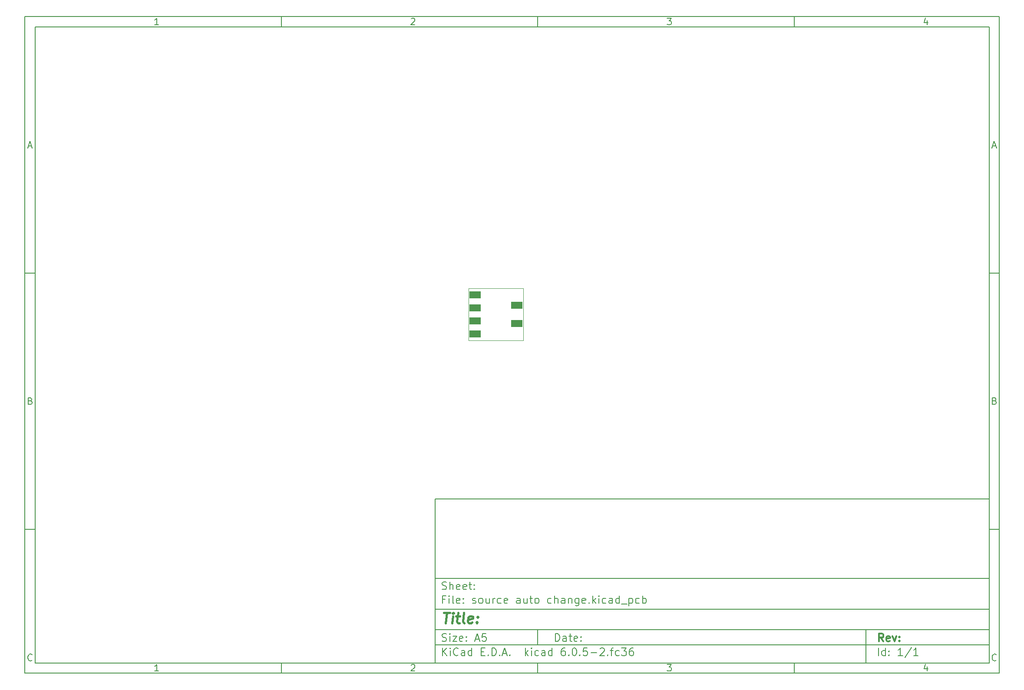
<source format=gbr>
%TF.GenerationSoftware,KiCad,Pcbnew,6.0.5-2.fc36*%
%TF.CreationDate,2022-06-19T11:45:18+04:00*%
%TF.ProjectId,source auto change,736f7572-6365-4206-9175-746f20636861,rev?*%
%TF.SameCoordinates,Original*%
%TF.FileFunction,Soldermask,Bot*%
%TF.FilePolarity,Negative*%
%FSLAX46Y46*%
G04 Gerber Fmt 4.6, Leading zero omitted, Abs format (unit mm)*
G04 Created by KiCad (PCBNEW 6.0.5-2.fc36) date 2022-06-19 11:45:18*
%MOMM*%
%LPD*%
G01*
G04 APERTURE LIST*
%ADD10C,0.100000*%
%ADD11C,0.150000*%
%ADD12C,0.300000*%
%ADD13C,0.400000*%
%TA.AperFunction,Profile*%
%ADD14C,0.100000*%
%TD*%
%ADD15R,2.200000X1.350000*%
G04 APERTURE END LIST*
D10*
D11*
X90007200Y-104005800D02*
X90007200Y-136005800D01*
X198007200Y-136005800D01*
X198007200Y-104005800D01*
X90007200Y-104005800D01*
D10*
D11*
X10000000Y-10000000D02*
X10000000Y-138005800D01*
X200007200Y-138005800D01*
X200007200Y-10000000D01*
X10000000Y-10000000D01*
D10*
D11*
X12000000Y-12000000D02*
X12000000Y-136005800D01*
X198007200Y-136005800D01*
X198007200Y-12000000D01*
X12000000Y-12000000D01*
D10*
D11*
X60000000Y-12000000D02*
X60000000Y-10000000D01*
D10*
D11*
X110000000Y-12000000D02*
X110000000Y-10000000D01*
D10*
D11*
X160000000Y-12000000D02*
X160000000Y-10000000D01*
D10*
D11*
X36065476Y-11588095D02*
X35322619Y-11588095D01*
X35694047Y-11588095D02*
X35694047Y-10288095D01*
X35570238Y-10473809D01*
X35446428Y-10597619D01*
X35322619Y-10659523D01*
D10*
D11*
X85322619Y-10411904D02*
X85384523Y-10350000D01*
X85508333Y-10288095D01*
X85817857Y-10288095D01*
X85941666Y-10350000D01*
X86003571Y-10411904D01*
X86065476Y-10535714D01*
X86065476Y-10659523D01*
X86003571Y-10845238D01*
X85260714Y-11588095D01*
X86065476Y-11588095D01*
D10*
D11*
X135260714Y-10288095D02*
X136065476Y-10288095D01*
X135632142Y-10783333D01*
X135817857Y-10783333D01*
X135941666Y-10845238D01*
X136003571Y-10907142D01*
X136065476Y-11030952D01*
X136065476Y-11340476D01*
X136003571Y-11464285D01*
X135941666Y-11526190D01*
X135817857Y-11588095D01*
X135446428Y-11588095D01*
X135322619Y-11526190D01*
X135260714Y-11464285D01*
D10*
D11*
X185941666Y-10721428D02*
X185941666Y-11588095D01*
X185632142Y-10226190D02*
X185322619Y-11154761D01*
X186127380Y-11154761D01*
D10*
D11*
X60000000Y-136005800D02*
X60000000Y-138005800D01*
D10*
D11*
X110000000Y-136005800D02*
X110000000Y-138005800D01*
D10*
D11*
X160000000Y-136005800D02*
X160000000Y-138005800D01*
D10*
D11*
X36065476Y-137593895D02*
X35322619Y-137593895D01*
X35694047Y-137593895D02*
X35694047Y-136293895D01*
X35570238Y-136479609D01*
X35446428Y-136603419D01*
X35322619Y-136665323D01*
D10*
D11*
X85322619Y-136417704D02*
X85384523Y-136355800D01*
X85508333Y-136293895D01*
X85817857Y-136293895D01*
X85941666Y-136355800D01*
X86003571Y-136417704D01*
X86065476Y-136541514D01*
X86065476Y-136665323D01*
X86003571Y-136851038D01*
X85260714Y-137593895D01*
X86065476Y-137593895D01*
D10*
D11*
X135260714Y-136293895D02*
X136065476Y-136293895D01*
X135632142Y-136789133D01*
X135817857Y-136789133D01*
X135941666Y-136851038D01*
X136003571Y-136912942D01*
X136065476Y-137036752D01*
X136065476Y-137346276D01*
X136003571Y-137470085D01*
X135941666Y-137531990D01*
X135817857Y-137593895D01*
X135446428Y-137593895D01*
X135322619Y-137531990D01*
X135260714Y-137470085D01*
D10*
D11*
X185941666Y-136727228D02*
X185941666Y-137593895D01*
X185632142Y-136231990D02*
X185322619Y-137160561D01*
X186127380Y-137160561D01*
D10*
D11*
X10000000Y-60000000D02*
X12000000Y-60000000D01*
D10*
D11*
X10000000Y-110000000D02*
X12000000Y-110000000D01*
D10*
D11*
X10690476Y-35216666D02*
X11309523Y-35216666D01*
X10566666Y-35588095D02*
X11000000Y-34288095D01*
X11433333Y-35588095D01*
D10*
D11*
X11092857Y-84907142D02*
X11278571Y-84969047D01*
X11340476Y-85030952D01*
X11402380Y-85154761D01*
X11402380Y-85340476D01*
X11340476Y-85464285D01*
X11278571Y-85526190D01*
X11154761Y-85588095D01*
X10659523Y-85588095D01*
X10659523Y-84288095D01*
X11092857Y-84288095D01*
X11216666Y-84350000D01*
X11278571Y-84411904D01*
X11340476Y-84535714D01*
X11340476Y-84659523D01*
X11278571Y-84783333D01*
X11216666Y-84845238D01*
X11092857Y-84907142D01*
X10659523Y-84907142D01*
D10*
D11*
X11402380Y-135464285D02*
X11340476Y-135526190D01*
X11154761Y-135588095D01*
X11030952Y-135588095D01*
X10845238Y-135526190D01*
X10721428Y-135402380D01*
X10659523Y-135278571D01*
X10597619Y-135030952D01*
X10597619Y-134845238D01*
X10659523Y-134597619D01*
X10721428Y-134473809D01*
X10845238Y-134350000D01*
X11030952Y-134288095D01*
X11154761Y-134288095D01*
X11340476Y-134350000D01*
X11402380Y-134411904D01*
D10*
D11*
X200007200Y-60000000D02*
X198007200Y-60000000D01*
D10*
D11*
X200007200Y-110000000D02*
X198007200Y-110000000D01*
D10*
D11*
X198697676Y-35216666D02*
X199316723Y-35216666D01*
X198573866Y-35588095D02*
X199007200Y-34288095D01*
X199440533Y-35588095D01*
D10*
D11*
X199100057Y-84907142D02*
X199285771Y-84969047D01*
X199347676Y-85030952D01*
X199409580Y-85154761D01*
X199409580Y-85340476D01*
X199347676Y-85464285D01*
X199285771Y-85526190D01*
X199161961Y-85588095D01*
X198666723Y-85588095D01*
X198666723Y-84288095D01*
X199100057Y-84288095D01*
X199223866Y-84350000D01*
X199285771Y-84411904D01*
X199347676Y-84535714D01*
X199347676Y-84659523D01*
X199285771Y-84783333D01*
X199223866Y-84845238D01*
X199100057Y-84907142D01*
X198666723Y-84907142D01*
D10*
D11*
X199409580Y-135464285D02*
X199347676Y-135526190D01*
X199161961Y-135588095D01*
X199038152Y-135588095D01*
X198852438Y-135526190D01*
X198728628Y-135402380D01*
X198666723Y-135278571D01*
X198604819Y-135030952D01*
X198604819Y-134845238D01*
X198666723Y-134597619D01*
X198728628Y-134473809D01*
X198852438Y-134350000D01*
X199038152Y-134288095D01*
X199161961Y-134288095D01*
X199347676Y-134350000D01*
X199409580Y-134411904D01*
D10*
D11*
X113439342Y-131784371D02*
X113439342Y-130284371D01*
X113796485Y-130284371D01*
X114010771Y-130355800D01*
X114153628Y-130498657D01*
X114225057Y-130641514D01*
X114296485Y-130927228D01*
X114296485Y-131141514D01*
X114225057Y-131427228D01*
X114153628Y-131570085D01*
X114010771Y-131712942D01*
X113796485Y-131784371D01*
X113439342Y-131784371D01*
X115582200Y-131784371D02*
X115582200Y-130998657D01*
X115510771Y-130855800D01*
X115367914Y-130784371D01*
X115082200Y-130784371D01*
X114939342Y-130855800D01*
X115582200Y-131712942D02*
X115439342Y-131784371D01*
X115082200Y-131784371D01*
X114939342Y-131712942D01*
X114867914Y-131570085D01*
X114867914Y-131427228D01*
X114939342Y-131284371D01*
X115082200Y-131212942D01*
X115439342Y-131212942D01*
X115582200Y-131141514D01*
X116082200Y-130784371D02*
X116653628Y-130784371D01*
X116296485Y-130284371D02*
X116296485Y-131570085D01*
X116367914Y-131712942D01*
X116510771Y-131784371D01*
X116653628Y-131784371D01*
X117725057Y-131712942D02*
X117582200Y-131784371D01*
X117296485Y-131784371D01*
X117153628Y-131712942D01*
X117082200Y-131570085D01*
X117082200Y-130998657D01*
X117153628Y-130855800D01*
X117296485Y-130784371D01*
X117582200Y-130784371D01*
X117725057Y-130855800D01*
X117796485Y-130998657D01*
X117796485Y-131141514D01*
X117082200Y-131284371D01*
X118439342Y-131641514D02*
X118510771Y-131712942D01*
X118439342Y-131784371D01*
X118367914Y-131712942D01*
X118439342Y-131641514D01*
X118439342Y-131784371D01*
X118439342Y-130855800D02*
X118510771Y-130927228D01*
X118439342Y-130998657D01*
X118367914Y-130927228D01*
X118439342Y-130855800D01*
X118439342Y-130998657D01*
D10*
D11*
X90007200Y-132505800D02*
X198007200Y-132505800D01*
D10*
D11*
X91439342Y-134584371D02*
X91439342Y-133084371D01*
X92296485Y-134584371D02*
X91653628Y-133727228D01*
X92296485Y-133084371D02*
X91439342Y-133941514D01*
X92939342Y-134584371D02*
X92939342Y-133584371D01*
X92939342Y-133084371D02*
X92867914Y-133155800D01*
X92939342Y-133227228D01*
X93010771Y-133155800D01*
X92939342Y-133084371D01*
X92939342Y-133227228D01*
X94510771Y-134441514D02*
X94439342Y-134512942D01*
X94225057Y-134584371D01*
X94082200Y-134584371D01*
X93867914Y-134512942D01*
X93725057Y-134370085D01*
X93653628Y-134227228D01*
X93582200Y-133941514D01*
X93582200Y-133727228D01*
X93653628Y-133441514D01*
X93725057Y-133298657D01*
X93867914Y-133155800D01*
X94082200Y-133084371D01*
X94225057Y-133084371D01*
X94439342Y-133155800D01*
X94510771Y-133227228D01*
X95796485Y-134584371D02*
X95796485Y-133798657D01*
X95725057Y-133655800D01*
X95582200Y-133584371D01*
X95296485Y-133584371D01*
X95153628Y-133655800D01*
X95796485Y-134512942D02*
X95653628Y-134584371D01*
X95296485Y-134584371D01*
X95153628Y-134512942D01*
X95082200Y-134370085D01*
X95082200Y-134227228D01*
X95153628Y-134084371D01*
X95296485Y-134012942D01*
X95653628Y-134012942D01*
X95796485Y-133941514D01*
X97153628Y-134584371D02*
X97153628Y-133084371D01*
X97153628Y-134512942D02*
X97010771Y-134584371D01*
X96725057Y-134584371D01*
X96582200Y-134512942D01*
X96510771Y-134441514D01*
X96439342Y-134298657D01*
X96439342Y-133870085D01*
X96510771Y-133727228D01*
X96582200Y-133655800D01*
X96725057Y-133584371D01*
X97010771Y-133584371D01*
X97153628Y-133655800D01*
X99010771Y-133798657D02*
X99510771Y-133798657D01*
X99725057Y-134584371D02*
X99010771Y-134584371D01*
X99010771Y-133084371D01*
X99725057Y-133084371D01*
X100367914Y-134441514D02*
X100439342Y-134512942D01*
X100367914Y-134584371D01*
X100296485Y-134512942D01*
X100367914Y-134441514D01*
X100367914Y-134584371D01*
X101082200Y-134584371D02*
X101082200Y-133084371D01*
X101439342Y-133084371D01*
X101653628Y-133155800D01*
X101796485Y-133298657D01*
X101867914Y-133441514D01*
X101939342Y-133727228D01*
X101939342Y-133941514D01*
X101867914Y-134227228D01*
X101796485Y-134370085D01*
X101653628Y-134512942D01*
X101439342Y-134584371D01*
X101082200Y-134584371D01*
X102582200Y-134441514D02*
X102653628Y-134512942D01*
X102582200Y-134584371D01*
X102510771Y-134512942D01*
X102582200Y-134441514D01*
X102582200Y-134584371D01*
X103225057Y-134155800D02*
X103939342Y-134155800D01*
X103082200Y-134584371D02*
X103582200Y-133084371D01*
X104082200Y-134584371D01*
X104582200Y-134441514D02*
X104653628Y-134512942D01*
X104582200Y-134584371D01*
X104510771Y-134512942D01*
X104582200Y-134441514D01*
X104582200Y-134584371D01*
X107582200Y-134584371D02*
X107582200Y-133084371D01*
X107725057Y-134012942D02*
X108153628Y-134584371D01*
X108153628Y-133584371D02*
X107582200Y-134155800D01*
X108796485Y-134584371D02*
X108796485Y-133584371D01*
X108796485Y-133084371D02*
X108725057Y-133155800D01*
X108796485Y-133227228D01*
X108867914Y-133155800D01*
X108796485Y-133084371D01*
X108796485Y-133227228D01*
X110153628Y-134512942D02*
X110010771Y-134584371D01*
X109725057Y-134584371D01*
X109582200Y-134512942D01*
X109510771Y-134441514D01*
X109439342Y-134298657D01*
X109439342Y-133870085D01*
X109510771Y-133727228D01*
X109582200Y-133655800D01*
X109725057Y-133584371D01*
X110010771Y-133584371D01*
X110153628Y-133655800D01*
X111439342Y-134584371D02*
X111439342Y-133798657D01*
X111367914Y-133655800D01*
X111225057Y-133584371D01*
X110939342Y-133584371D01*
X110796485Y-133655800D01*
X111439342Y-134512942D02*
X111296485Y-134584371D01*
X110939342Y-134584371D01*
X110796485Y-134512942D01*
X110725057Y-134370085D01*
X110725057Y-134227228D01*
X110796485Y-134084371D01*
X110939342Y-134012942D01*
X111296485Y-134012942D01*
X111439342Y-133941514D01*
X112796485Y-134584371D02*
X112796485Y-133084371D01*
X112796485Y-134512942D02*
X112653628Y-134584371D01*
X112367914Y-134584371D01*
X112225057Y-134512942D01*
X112153628Y-134441514D01*
X112082200Y-134298657D01*
X112082200Y-133870085D01*
X112153628Y-133727228D01*
X112225057Y-133655800D01*
X112367914Y-133584371D01*
X112653628Y-133584371D01*
X112796485Y-133655800D01*
X115296485Y-133084371D02*
X115010771Y-133084371D01*
X114867914Y-133155800D01*
X114796485Y-133227228D01*
X114653628Y-133441514D01*
X114582200Y-133727228D01*
X114582200Y-134298657D01*
X114653628Y-134441514D01*
X114725057Y-134512942D01*
X114867914Y-134584371D01*
X115153628Y-134584371D01*
X115296485Y-134512942D01*
X115367914Y-134441514D01*
X115439342Y-134298657D01*
X115439342Y-133941514D01*
X115367914Y-133798657D01*
X115296485Y-133727228D01*
X115153628Y-133655800D01*
X114867914Y-133655800D01*
X114725057Y-133727228D01*
X114653628Y-133798657D01*
X114582200Y-133941514D01*
X116082200Y-134441514D02*
X116153628Y-134512942D01*
X116082200Y-134584371D01*
X116010771Y-134512942D01*
X116082200Y-134441514D01*
X116082200Y-134584371D01*
X117082200Y-133084371D02*
X117225057Y-133084371D01*
X117367914Y-133155800D01*
X117439342Y-133227228D01*
X117510771Y-133370085D01*
X117582200Y-133655800D01*
X117582200Y-134012942D01*
X117510771Y-134298657D01*
X117439342Y-134441514D01*
X117367914Y-134512942D01*
X117225057Y-134584371D01*
X117082200Y-134584371D01*
X116939342Y-134512942D01*
X116867914Y-134441514D01*
X116796485Y-134298657D01*
X116725057Y-134012942D01*
X116725057Y-133655800D01*
X116796485Y-133370085D01*
X116867914Y-133227228D01*
X116939342Y-133155800D01*
X117082200Y-133084371D01*
X118225057Y-134441514D02*
X118296485Y-134512942D01*
X118225057Y-134584371D01*
X118153628Y-134512942D01*
X118225057Y-134441514D01*
X118225057Y-134584371D01*
X119653628Y-133084371D02*
X118939342Y-133084371D01*
X118867914Y-133798657D01*
X118939342Y-133727228D01*
X119082200Y-133655800D01*
X119439342Y-133655800D01*
X119582200Y-133727228D01*
X119653628Y-133798657D01*
X119725057Y-133941514D01*
X119725057Y-134298657D01*
X119653628Y-134441514D01*
X119582200Y-134512942D01*
X119439342Y-134584371D01*
X119082200Y-134584371D01*
X118939342Y-134512942D01*
X118867914Y-134441514D01*
X120367914Y-134012942D02*
X121510771Y-134012942D01*
X122153628Y-133227228D02*
X122225057Y-133155800D01*
X122367914Y-133084371D01*
X122725057Y-133084371D01*
X122867914Y-133155800D01*
X122939342Y-133227228D01*
X123010771Y-133370085D01*
X123010771Y-133512942D01*
X122939342Y-133727228D01*
X122082200Y-134584371D01*
X123010771Y-134584371D01*
X123653628Y-134441514D02*
X123725057Y-134512942D01*
X123653628Y-134584371D01*
X123582200Y-134512942D01*
X123653628Y-134441514D01*
X123653628Y-134584371D01*
X124153628Y-133584371D02*
X124725057Y-133584371D01*
X124367914Y-134584371D02*
X124367914Y-133298657D01*
X124439342Y-133155800D01*
X124582200Y-133084371D01*
X124725057Y-133084371D01*
X125867914Y-134512942D02*
X125725057Y-134584371D01*
X125439342Y-134584371D01*
X125296485Y-134512942D01*
X125225057Y-134441514D01*
X125153628Y-134298657D01*
X125153628Y-133870085D01*
X125225057Y-133727228D01*
X125296485Y-133655800D01*
X125439342Y-133584371D01*
X125725057Y-133584371D01*
X125867914Y-133655800D01*
X126367914Y-133084371D02*
X127296485Y-133084371D01*
X126796485Y-133655800D01*
X127010771Y-133655800D01*
X127153628Y-133727228D01*
X127225057Y-133798657D01*
X127296485Y-133941514D01*
X127296485Y-134298657D01*
X127225057Y-134441514D01*
X127153628Y-134512942D01*
X127010771Y-134584371D01*
X126582200Y-134584371D01*
X126439342Y-134512942D01*
X126367914Y-134441514D01*
X128582200Y-133084371D02*
X128296485Y-133084371D01*
X128153628Y-133155800D01*
X128082200Y-133227228D01*
X127939342Y-133441514D01*
X127867914Y-133727228D01*
X127867914Y-134298657D01*
X127939342Y-134441514D01*
X128010771Y-134512942D01*
X128153628Y-134584371D01*
X128439342Y-134584371D01*
X128582200Y-134512942D01*
X128653628Y-134441514D01*
X128725057Y-134298657D01*
X128725057Y-133941514D01*
X128653628Y-133798657D01*
X128582200Y-133727228D01*
X128439342Y-133655800D01*
X128153628Y-133655800D01*
X128010771Y-133727228D01*
X127939342Y-133798657D01*
X127867914Y-133941514D01*
D10*
D11*
X90007200Y-129505800D02*
X198007200Y-129505800D01*
D10*
D12*
X177416485Y-131784371D02*
X176916485Y-131070085D01*
X176559342Y-131784371D02*
X176559342Y-130284371D01*
X177130771Y-130284371D01*
X177273628Y-130355800D01*
X177345057Y-130427228D01*
X177416485Y-130570085D01*
X177416485Y-130784371D01*
X177345057Y-130927228D01*
X177273628Y-130998657D01*
X177130771Y-131070085D01*
X176559342Y-131070085D01*
X178630771Y-131712942D02*
X178487914Y-131784371D01*
X178202200Y-131784371D01*
X178059342Y-131712942D01*
X177987914Y-131570085D01*
X177987914Y-130998657D01*
X178059342Y-130855800D01*
X178202200Y-130784371D01*
X178487914Y-130784371D01*
X178630771Y-130855800D01*
X178702200Y-130998657D01*
X178702200Y-131141514D01*
X177987914Y-131284371D01*
X179202200Y-130784371D02*
X179559342Y-131784371D01*
X179916485Y-130784371D01*
X180487914Y-131641514D02*
X180559342Y-131712942D01*
X180487914Y-131784371D01*
X180416485Y-131712942D01*
X180487914Y-131641514D01*
X180487914Y-131784371D01*
X180487914Y-130855800D02*
X180559342Y-130927228D01*
X180487914Y-130998657D01*
X180416485Y-130927228D01*
X180487914Y-130855800D01*
X180487914Y-130998657D01*
D10*
D11*
X91367914Y-131712942D02*
X91582200Y-131784371D01*
X91939342Y-131784371D01*
X92082200Y-131712942D01*
X92153628Y-131641514D01*
X92225057Y-131498657D01*
X92225057Y-131355800D01*
X92153628Y-131212942D01*
X92082200Y-131141514D01*
X91939342Y-131070085D01*
X91653628Y-130998657D01*
X91510771Y-130927228D01*
X91439342Y-130855800D01*
X91367914Y-130712942D01*
X91367914Y-130570085D01*
X91439342Y-130427228D01*
X91510771Y-130355800D01*
X91653628Y-130284371D01*
X92010771Y-130284371D01*
X92225057Y-130355800D01*
X92867914Y-131784371D02*
X92867914Y-130784371D01*
X92867914Y-130284371D02*
X92796485Y-130355800D01*
X92867914Y-130427228D01*
X92939342Y-130355800D01*
X92867914Y-130284371D01*
X92867914Y-130427228D01*
X93439342Y-130784371D02*
X94225057Y-130784371D01*
X93439342Y-131784371D01*
X94225057Y-131784371D01*
X95367914Y-131712942D02*
X95225057Y-131784371D01*
X94939342Y-131784371D01*
X94796485Y-131712942D01*
X94725057Y-131570085D01*
X94725057Y-130998657D01*
X94796485Y-130855800D01*
X94939342Y-130784371D01*
X95225057Y-130784371D01*
X95367914Y-130855800D01*
X95439342Y-130998657D01*
X95439342Y-131141514D01*
X94725057Y-131284371D01*
X96082200Y-131641514D02*
X96153628Y-131712942D01*
X96082200Y-131784371D01*
X96010771Y-131712942D01*
X96082200Y-131641514D01*
X96082200Y-131784371D01*
X96082200Y-130855800D02*
X96153628Y-130927228D01*
X96082200Y-130998657D01*
X96010771Y-130927228D01*
X96082200Y-130855800D01*
X96082200Y-130998657D01*
X97867914Y-131355800D02*
X98582200Y-131355800D01*
X97725057Y-131784371D02*
X98225057Y-130284371D01*
X98725057Y-131784371D01*
X99939342Y-130284371D02*
X99225057Y-130284371D01*
X99153628Y-130998657D01*
X99225057Y-130927228D01*
X99367914Y-130855800D01*
X99725057Y-130855800D01*
X99867914Y-130927228D01*
X99939342Y-130998657D01*
X100010771Y-131141514D01*
X100010771Y-131498657D01*
X99939342Y-131641514D01*
X99867914Y-131712942D01*
X99725057Y-131784371D01*
X99367914Y-131784371D01*
X99225057Y-131712942D01*
X99153628Y-131641514D01*
D10*
D11*
X176439342Y-134584371D02*
X176439342Y-133084371D01*
X177796485Y-134584371D02*
X177796485Y-133084371D01*
X177796485Y-134512942D02*
X177653628Y-134584371D01*
X177367914Y-134584371D01*
X177225057Y-134512942D01*
X177153628Y-134441514D01*
X177082200Y-134298657D01*
X177082200Y-133870085D01*
X177153628Y-133727228D01*
X177225057Y-133655800D01*
X177367914Y-133584371D01*
X177653628Y-133584371D01*
X177796485Y-133655800D01*
X178510771Y-134441514D02*
X178582200Y-134512942D01*
X178510771Y-134584371D01*
X178439342Y-134512942D01*
X178510771Y-134441514D01*
X178510771Y-134584371D01*
X178510771Y-133655800D02*
X178582200Y-133727228D01*
X178510771Y-133798657D01*
X178439342Y-133727228D01*
X178510771Y-133655800D01*
X178510771Y-133798657D01*
X181153628Y-134584371D02*
X180296485Y-134584371D01*
X180725057Y-134584371D02*
X180725057Y-133084371D01*
X180582200Y-133298657D01*
X180439342Y-133441514D01*
X180296485Y-133512942D01*
X182867914Y-133012942D02*
X181582200Y-134941514D01*
X184153628Y-134584371D02*
X183296485Y-134584371D01*
X183725057Y-134584371D02*
X183725057Y-133084371D01*
X183582200Y-133298657D01*
X183439342Y-133441514D01*
X183296485Y-133512942D01*
D10*
D11*
X90007200Y-125505800D02*
X198007200Y-125505800D01*
D10*
D13*
X91719580Y-126210561D02*
X92862438Y-126210561D01*
X92041009Y-128210561D02*
X92291009Y-126210561D01*
X93279104Y-128210561D02*
X93445771Y-126877228D01*
X93529104Y-126210561D02*
X93421961Y-126305800D01*
X93505295Y-126401038D01*
X93612438Y-126305800D01*
X93529104Y-126210561D01*
X93505295Y-126401038D01*
X94112438Y-126877228D02*
X94874342Y-126877228D01*
X94481485Y-126210561D02*
X94267200Y-127924847D01*
X94338628Y-128115323D01*
X94517200Y-128210561D01*
X94707676Y-128210561D01*
X95660057Y-128210561D02*
X95481485Y-128115323D01*
X95410057Y-127924847D01*
X95624342Y-126210561D01*
X97195771Y-128115323D02*
X96993390Y-128210561D01*
X96612438Y-128210561D01*
X96433866Y-128115323D01*
X96362438Y-127924847D01*
X96457676Y-127162942D01*
X96576723Y-126972466D01*
X96779104Y-126877228D01*
X97160057Y-126877228D01*
X97338628Y-126972466D01*
X97410057Y-127162942D01*
X97386247Y-127353419D01*
X96410057Y-127543895D01*
X98160057Y-128020085D02*
X98243390Y-128115323D01*
X98136247Y-128210561D01*
X98052914Y-128115323D01*
X98160057Y-128020085D01*
X98136247Y-128210561D01*
X98291009Y-126972466D02*
X98374342Y-127067704D01*
X98267200Y-127162942D01*
X98183866Y-127067704D01*
X98291009Y-126972466D01*
X98267200Y-127162942D01*
D10*
D11*
X91939342Y-123598657D02*
X91439342Y-123598657D01*
X91439342Y-124384371D02*
X91439342Y-122884371D01*
X92153628Y-122884371D01*
X92725057Y-124384371D02*
X92725057Y-123384371D01*
X92725057Y-122884371D02*
X92653628Y-122955800D01*
X92725057Y-123027228D01*
X92796485Y-122955800D01*
X92725057Y-122884371D01*
X92725057Y-123027228D01*
X93653628Y-124384371D02*
X93510771Y-124312942D01*
X93439342Y-124170085D01*
X93439342Y-122884371D01*
X94796485Y-124312942D02*
X94653628Y-124384371D01*
X94367914Y-124384371D01*
X94225057Y-124312942D01*
X94153628Y-124170085D01*
X94153628Y-123598657D01*
X94225057Y-123455800D01*
X94367914Y-123384371D01*
X94653628Y-123384371D01*
X94796485Y-123455800D01*
X94867914Y-123598657D01*
X94867914Y-123741514D01*
X94153628Y-123884371D01*
X95510771Y-124241514D02*
X95582200Y-124312942D01*
X95510771Y-124384371D01*
X95439342Y-124312942D01*
X95510771Y-124241514D01*
X95510771Y-124384371D01*
X95510771Y-123455800D02*
X95582200Y-123527228D01*
X95510771Y-123598657D01*
X95439342Y-123527228D01*
X95510771Y-123455800D01*
X95510771Y-123598657D01*
X97296485Y-124312942D02*
X97439342Y-124384371D01*
X97725057Y-124384371D01*
X97867914Y-124312942D01*
X97939342Y-124170085D01*
X97939342Y-124098657D01*
X97867914Y-123955800D01*
X97725057Y-123884371D01*
X97510771Y-123884371D01*
X97367914Y-123812942D01*
X97296485Y-123670085D01*
X97296485Y-123598657D01*
X97367914Y-123455800D01*
X97510771Y-123384371D01*
X97725057Y-123384371D01*
X97867914Y-123455800D01*
X98796485Y-124384371D02*
X98653628Y-124312942D01*
X98582200Y-124241514D01*
X98510771Y-124098657D01*
X98510771Y-123670085D01*
X98582200Y-123527228D01*
X98653628Y-123455800D01*
X98796485Y-123384371D01*
X99010771Y-123384371D01*
X99153628Y-123455800D01*
X99225057Y-123527228D01*
X99296485Y-123670085D01*
X99296485Y-124098657D01*
X99225057Y-124241514D01*
X99153628Y-124312942D01*
X99010771Y-124384371D01*
X98796485Y-124384371D01*
X100582200Y-123384371D02*
X100582200Y-124384371D01*
X99939342Y-123384371D02*
X99939342Y-124170085D01*
X100010771Y-124312942D01*
X100153628Y-124384371D01*
X100367914Y-124384371D01*
X100510771Y-124312942D01*
X100582200Y-124241514D01*
X101296485Y-124384371D02*
X101296485Y-123384371D01*
X101296485Y-123670085D02*
X101367914Y-123527228D01*
X101439342Y-123455800D01*
X101582200Y-123384371D01*
X101725057Y-123384371D01*
X102867914Y-124312942D02*
X102725057Y-124384371D01*
X102439342Y-124384371D01*
X102296485Y-124312942D01*
X102225057Y-124241514D01*
X102153628Y-124098657D01*
X102153628Y-123670085D01*
X102225057Y-123527228D01*
X102296485Y-123455800D01*
X102439342Y-123384371D01*
X102725057Y-123384371D01*
X102867914Y-123455800D01*
X104082200Y-124312942D02*
X103939342Y-124384371D01*
X103653628Y-124384371D01*
X103510771Y-124312942D01*
X103439342Y-124170085D01*
X103439342Y-123598657D01*
X103510771Y-123455800D01*
X103653628Y-123384371D01*
X103939342Y-123384371D01*
X104082200Y-123455800D01*
X104153628Y-123598657D01*
X104153628Y-123741514D01*
X103439342Y-123884371D01*
X106582200Y-124384371D02*
X106582200Y-123598657D01*
X106510771Y-123455800D01*
X106367914Y-123384371D01*
X106082200Y-123384371D01*
X105939342Y-123455800D01*
X106582200Y-124312942D02*
X106439342Y-124384371D01*
X106082200Y-124384371D01*
X105939342Y-124312942D01*
X105867914Y-124170085D01*
X105867914Y-124027228D01*
X105939342Y-123884371D01*
X106082200Y-123812942D01*
X106439342Y-123812942D01*
X106582200Y-123741514D01*
X107939342Y-123384371D02*
X107939342Y-124384371D01*
X107296485Y-123384371D02*
X107296485Y-124170085D01*
X107367914Y-124312942D01*
X107510771Y-124384371D01*
X107725057Y-124384371D01*
X107867914Y-124312942D01*
X107939342Y-124241514D01*
X108439342Y-123384371D02*
X109010771Y-123384371D01*
X108653628Y-122884371D02*
X108653628Y-124170085D01*
X108725057Y-124312942D01*
X108867914Y-124384371D01*
X109010771Y-124384371D01*
X109725057Y-124384371D02*
X109582200Y-124312942D01*
X109510771Y-124241514D01*
X109439342Y-124098657D01*
X109439342Y-123670085D01*
X109510771Y-123527228D01*
X109582200Y-123455800D01*
X109725057Y-123384371D01*
X109939342Y-123384371D01*
X110082200Y-123455800D01*
X110153628Y-123527228D01*
X110225057Y-123670085D01*
X110225057Y-124098657D01*
X110153628Y-124241514D01*
X110082200Y-124312942D01*
X109939342Y-124384371D01*
X109725057Y-124384371D01*
X112653628Y-124312942D02*
X112510771Y-124384371D01*
X112225057Y-124384371D01*
X112082200Y-124312942D01*
X112010771Y-124241514D01*
X111939342Y-124098657D01*
X111939342Y-123670085D01*
X112010771Y-123527228D01*
X112082200Y-123455800D01*
X112225057Y-123384371D01*
X112510771Y-123384371D01*
X112653628Y-123455800D01*
X113296485Y-124384371D02*
X113296485Y-122884371D01*
X113939342Y-124384371D02*
X113939342Y-123598657D01*
X113867914Y-123455800D01*
X113725057Y-123384371D01*
X113510771Y-123384371D01*
X113367914Y-123455800D01*
X113296485Y-123527228D01*
X115296485Y-124384371D02*
X115296485Y-123598657D01*
X115225057Y-123455800D01*
X115082200Y-123384371D01*
X114796485Y-123384371D01*
X114653628Y-123455800D01*
X115296485Y-124312942D02*
X115153628Y-124384371D01*
X114796485Y-124384371D01*
X114653628Y-124312942D01*
X114582200Y-124170085D01*
X114582200Y-124027228D01*
X114653628Y-123884371D01*
X114796485Y-123812942D01*
X115153628Y-123812942D01*
X115296485Y-123741514D01*
X116010771Y-123384371D02*
X116010771Y-124384371D01*
X116010771Y-123527228D02*
X116082200Y-123455800D01*
X116225057Y-123384371D01*
X116439342Y-123384371D01*
X116582200Y-123455800D01*
X116653628Y-123598657D01*
X116653628Y-124384371D01*
X118010771Y-123384371D02*
X118010771Y-124598657D01*
X117939342Y-124741514D01*
X117867914Y-124812942D01*
X117725057Y-124884371D01*
X117510771Y-124884371D01*
X117367914Y-124812942D01*
X118010771Y-124312942D02*
X117867914Y-124384371D01*
X117582200Y-124384371D01*
X117439342Y-124312942D01*
X117367914Y-124241514D01*
X117296485Y-124098657D01*
X117296485Y-123670085D01*
X117367914Y-123527228D01*
X117439342Y-123455800D01*
X117582200Y-123384371D01*
X117867914Y-123384371D01*
X118010771Y-123455800D01*
X119296485Y-124312942D02*
X119153628Y-124384371D01*
X118867914Y-124384371D01*
X118725057Y-124312942D01*
X118653628Y-124170085D01*
X118653628Y-123598657D01*
X118725057Y-123455800D01*
X118867914Y-123384371D01*
X119153628Y-123384371D01*
X119296485Y-123455800D01*
X119367914Y-123598657D01*
X119367914Y-123741514D01*
X118653628Y-123884371D01*
X120010771Y-124241514D02*
X120082200Y-124312942D01*
X120010771Y-124384371D01*
X119939342Y-124312942D01*
X120010771Y-124241514D01*
X120010771Y-124384371D01*
X120725057Y-124384371D02*
X120725057Y-122884371D01*
X120867914Y-123812942D02*
X121296485Y-124384371D01*
X121296485Y-123384371D02*
X120725057Y-123955800D01*
X121939342Y-124384371D02*
X121939342Y-123384371D01*
X121939342Y-122884371D02*
X121867914Y-122955800D01*
X121939342Y-123027228D01*
X122010771Y-122955800D01*
X121939342Y-122884371D01*
X121939342Y-123027228D01*
X123296485Y-124312942D02*
X123153628Y-124384371D01*
X122867914Y-124384371D01*
X122725057Y-124312942D01*
X122653628Y-124241514D01*
X122582200Y-124098657D01*
X122582200Y-123670085D01*
X122653628Y-123527228D01*
X122725057Y-123455800D01*
X122867914Y-123384371D01*
X123153628Y-123384371D01*
X123296485Y-123455800D01*
X124582200Y-124384371D02*
X124582200Y-123598657D01*
X124510771Y-123455800D01*
X124367914Y-123384371D01*
X124082200Y-123384371D01*
X123939342Y-123455800D01*
X124582200Y-124312942D02*
X124439342Y-124384371D01*
X124082200Y-124384371D01*
X123939342Y-124312942D01*
X123867914Y-124170085D01*
X123867914Y-124027228D01*
X123939342Y-123884371D01*
X124082200Y-123812942D01*
X124439342Y-123812942D01*
X124582200Y-123741514D01*
X125939342Y-124384371D02*
X125939342Y-122884371D01*
X125939342Y-124312942D02*
X125796485Y-124384371D01*
X125510771Y-124384371D01*
X125367914Y-124312942D01*
X125296485Y-124241514D01*
X125225057Y-124098657D01*
X125225057Y-123670085D01*
X125296485Y-123527228D01*
X125367914Y-123455800D01*
X125510771Y-123384371D01*
X125796485Y-123384371D01*
X125939342Y-123455800D01*
X126296485Y-124527228D02*
X127439342Y-124527228D01*
X127796485Y-123384371D02*
X127796485Y-124884371D01*
X127796485Y-123455800D02*
X127939342Y-123384371D01*
X128225057Y-123384371D01*
X128367914Y-123455800D01*
X128439342Y-123527228D01*
X128510771Y-123670085D01*
X128510771Y-124098657D01*
X128439342Y-124241514D01*
X128367914Y-124312942D01*
X128225057Y-124384371D01*
X127939342Y-124384371D01*
X127796485Y-124312942D01*
X129796485Y-124312942D02*
X129653628Y-124384371D01*
X129367914Y-124384371D01*
X129225057Y-124312942D01*
X129153628Y-124241514D01*
X129082200Y-124098657D01*
X129082200Y-123670085D01*
X129153628Y-123527228D01*
X129225057Y-123455800D01*
X129367914Y-123384371D01*
X129653628Y-123384371D01*
X129796485Y-123455800D01*
X130439342Y-124384371D02*
X130439342Y-122884371D01*
X130439342Y-123455800D02*
X130582200Y-123384371D01*
X130867914Y-123384371D01*
X131010771Y-123455800D01*
X131082200Y-123527228D01*
X131153628Y-123670085D01*
X131153628Y-124098657D01*
X131082200Y-124241514D01*
X131010771Y-124312942D01*
X130867914Y-124384371D01*
X130582200Y-124384371D01*
X130439342Y-124312942D01*
D10*
D11*
X90007200Y-119505800D02*
X198007200Y-119505800D01*
D10*
D11*
X91367914Y-121612942D02*
X91582200Y-121684371D01*
X91939342Y-121684371D01*
X92082200Y-121612942D01*
X92153628Y-121541514D01*
X92225057Y-121398657D01*
X92225057Y-121255800D01*
X92153628Y-121112942D01*
X92082200Y-121041514D01*
X91939342Y-120970085D01*
X91653628Y-120898657D01*
X91510771Y-120827228D01*
X91439342Y-120755800D01*
X91367914Y-120612942D01*
X91367914Y-120470085D01*
X91439342Y-120327228D01*
X91510771Y-120255800D01*
X91653628Y-120184371D01*
X92010771Y-120184371D01*
X92225057Y-120255800D01*
X92867914Y-121684371D02*
X92867914Y-120184371D01*
X93510771Y-121684371D02*
X93510771Y-120898657D01*
X93439342Y-120755800D01*
X93296485Y-120684371D01*
X93082200Y-120684371D01*
X92939342Y-120755800D01*
X92867914Y-120827228D01*
X94796485Y-121612942D02*
X94653628Y-121684371D01*
X94367914Y-121684371D01*
X94225057Y-121612942D01*
X94153628Y-121470085D01*
X94153628Y-120898657D01*
X94225057Y-120755800D01*
X94367914Y-120684371D01*
X94653628Y-120684371D01*
X94796485Y-120755800D01*
X94867914Y-120898657D01*
X94867914Y-121041514D01*
X94153628Y-121184371D01*
X96082200Y-121612942D02*
X95939342Y-121684371D01*
X95653628Y-121684371D01*
X95510771Y-121612942D01*
X95439342Y-121470085D01*
X95439342Y-120898657D01*
X95510771Y-120755800D01*
X95653628Y-120684371D01*
X95939342Y-120684371D01*
X96082200Y-120755800D01*
X96153628Y-120898657D01*
X96153628Y-121041514D01*
X95439342Y-121184371D01*
X96582200Y-120684371D02*
X97153628Y-120684371D01*
X96796485Y-120184371D02*
X96796485Y-121470085D01*
X96867914Y-121612942D01*
X97010771Y-121684371D01*
X97153628Y-121684371D01*
X97653628Y-121541514D02*
X97725057Y-121612942D01*
X97653628Y-121684371D01*
X97582200Y-121612942D01*
X97653628Y-121541514D01*
X97653628Y-121684371D01*
X97653628Y-120755800D02*
X97725057Y-120827228D01*
X97653628Y-120898657D01*
X97582200Y-120827228D01*
X97653628Y-120755800D01*
X97653628Y-120898657D01*
D10*
D12*
D10*
D11*
D10*
D11*
D10*
D11*
D10*
D11*
D10*
D11*
X110007200Y-129505800D02*
X110007200Y-132505800D01*
D10*
D11*
X174007200Y-129505800D02*
X174007200Y-136005800D01*
D14*
X96520000Y-62992000D02*
X107188000Y-62992000D01*
X107188000Y-62992000D02*
X107188000Y-73152000D01*
X107188000Y-73152000D02*
X96520000Y-73152000D01*
X96520000Y-73152000D02*
X96520000Y-62992000D01*
D15*
%TO.C,J5*%
X105918000Y-66294000D03*
%TD*%
%TO.C,J4*%
X97790000Y-71882000D03*
%TD*%
%TO.C,J2*%
X97790000Y-66802000D03*
%TD*%
%TO.C,J6*%
X105918000Y-69850000D03*
%TD*%
%TO.C,J1*%
X97790000Y-64262000D03*
%TD*%
%TO.C,J3*%
X97790000Y-69342000D03*
%TD*%
M02*

</source>
